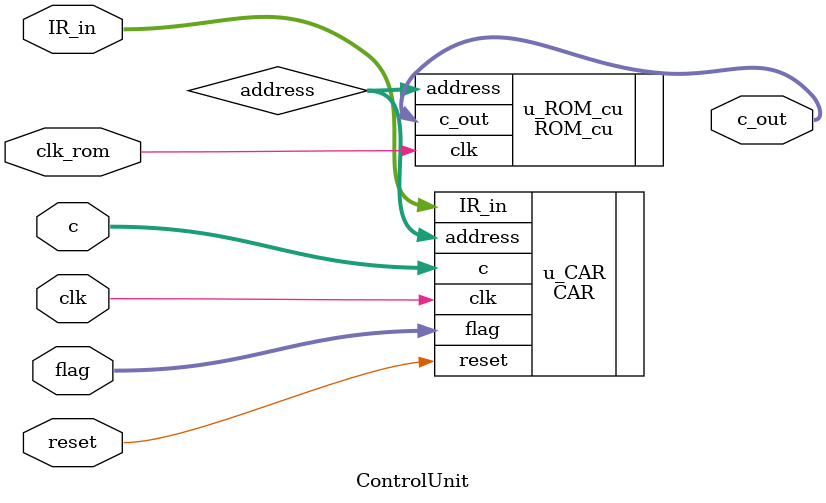
<source format=v>
`timescale 1ns / 1ps


module ControlUnit (
    input clk,
    input clk_rom,
    input reset,
    input [7:0]IR_in,
    input [31:0]c,
    input [2:0]flag,//flag0:Õý¸º1³Ë·¨Íê³É2²Ù×÷Íê³É
    output [31:0]c_out
);
wire [7:0]address;

CAR u_CAR(
    .clk(clk),
    .reset(reset),
    .IR_in(IR_in),
    .c(c),
    .flag(flag),//flag0:Õý¸º1³Ë·¨Íê³É2²Ù×÷Íê³É
    .address(address)
);

ROM_cu u_ROM_cu(
    .address(address),
    .clk(clk_rom),
    .c_out(c_out)
    );





endmodule

</source>
